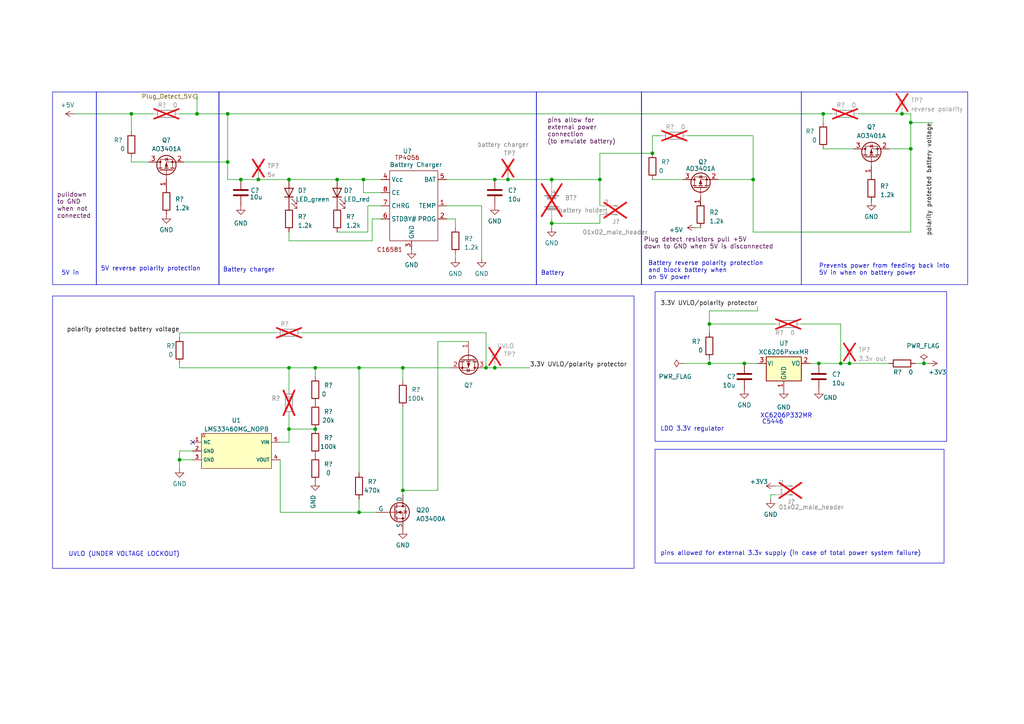
<source format=kicad_sch>
(kicad_sch (version 20230121) (generator eeschema)
  (paper "A4")
  (title_block (title "Power Subsystem Schematic") (date "2023-03-11") (rev "0.11") (company "UCT") (comment 1 "Author: Kian Frassek") (comment 2 "voltage regulation, undervoltage protection and reverse polarity protection circuitry") (comment 3 "Shows the battery, battery charger, "))
  (lib_symbols
    (symbol "Connector:Conn_01x02_Pin" (pin_names (offset 1.016) hide)
      (property "Reference" "J" (at 0 2.54 0))
      (property "Value" "Conn_01x02_Pin" (at 0 -5.08 0))
      (symbol "Conn_01x02_Pin_1_1"
        (polyline (pts (xy 1.27 -2.54) (xy 0.8636 -2.54)) (stroke (width 0.1524)))
        (polyline (pts (xy 1.27 0) (xy 0.8636 0)) (stroke (width 0.1524)))
        (rectangle (start 0.8636 -2.413) (end 0 -2.667) (stroke (width 0.1524)) (fill (type outline)))
        (rectangle (start 0.8636 0.127) (end 0 -0.127) (stroke (width 0.1524)) (fill (type outline)))
        (pin passive line (at 5.08 0 180) (length 3.81) (name "Pin_1") (number "1"))
        (pin passive line (at 5.08 -2.54 180) (length 3.81) (name "Pin_2") (number "2"))
      )
    )
    (symbol "Connector:TestPoint" (pin_numbers hide) (pin_names (offset 0.762) hide)
      (property "Reference" "TP" (at 0 6.858 0))
      (property "Value" "TestPoint" (at 0 5.08 0))
      (symbol "TestPoint_0_1"
        (circle (center 0 3.302) (radius 0.762))
      )
      (symbol "TestPoint_1_1"
        (pin passive line (at 0 0 90) (length 2.54) (name "1") (number "1"))
      )
    )
    (symbol "Device:Battery" (pin_numbers hide) (pin_names (offset 0) hide)
      (property "Reference" "BT" (at 2.54 2.54 0))
      (property "Value" "Battery" (at 2.54 0 0))
      (symbol "Battery_0_1"
        (rectangle (start -2.032 -1.397) (end 2.032 -1.651) (fill (type outline)))
        (rectangle (start -2.032 1.778) (end 2.032 1.524) (fill (type outline)))
        (rectangle (start -1.3208 -1.9812) (end 1.27 -2.4892) (fill (type outline)))
        (rectangle (start -1.3208 1.1938) (end 1.27 0.6858) (fill (type outline)))
        (polyline (pts (xy 0 -1.524) (xy 0 -1.27)))
        (polyline (pts (xy 0 -1.016) (xy 0 -0.762)))
        (polyline (pts (xy 0 -0.508) (xy 0 -0.254)))
        (polyline (pts (xy 0 0) (xy 0 0.254)))
        (polyline (pts (xy 0 0.508) (xy 0 0.762)))
        (polyline (pts (xy 0 1.778) (xy 0 2.54)))
        (polyline (pts (xy 0.254 2.667) (xy 1.27 2.667)) (stroke (width 0.254)))
        (polyline (pts (xy 0.762 3.175) (xy 0.762 2.159)) (stroke (width 0.254)))
      )
      (symbol "Battery_1_1"
        (pin passive line (at 0 5.08 270) (length 2.54) (name "+") (number "1"))
        (pin passive line (at 0 -5.08 90) (length 2.54) (name "-") (number "2"))
      )
    )
    (symbol "Device:C" (pin_numbers hide) (pin_names (offset 0.254))
      (property "Reference" "C" (at 0.635 2.54 0))
      (property "Value" "C" (at 0.635 -2.54 0))
      (symbol "C_0_1"
        (polyline (pts (xy -2.032 -0.762) (xy 2.032 -0.762)) (stroke (width 0.508)))
        (polyline (pts (xy -2.032 0.762) (xy 2.032 0.762)) (stroke (width 0.508)))
      )
      (symbol "C_1_1"
        (pin passive line (at 0 3.81 270) (length 2.794) (name "~") (number "1"))
        (pin passive line (at 0 -3.81 90) (length 2.794) (name "~") (number "2"))
      )
    )
    (symbol "Device:LED" (pin_numbers hide) (pin_names (offset 1.016) hide)
      (property "Reference" "D" (at 0 2.54 0))
      (property "Value" "LED" (at 0 -2.54 0))
      (symbol "LED_0_1"
        (polyline (pts (xy -1.27 -1.27) (xy -1.27 1.27)) (stroke (width 0.254)))
        (polyline (pts (xy -1.27 0) (xy 1.27 0)))
        (polyline (pts (xy 1.27 -1.27) (xy 1.27 1.27) (xy -1.27 0) (xy 1.27 -1.27)) (stroke (width 0.254)))
        (polyline (pts (xy -3.048 -0.762) (xy -4.572 -2.286) (xy -3.81 -2.286) (xy -4.572 -2.286) (xy -4.572 -1.524)))
        (polyline (pts (xy -1.778 -0.762) (xy -3.302 -2.286) (xy -2.54 -2.286) (xy -3.302 -2.286) (xy -3.302 -1.524)))
      )
      (symbol "LED_1_1"
        (pin passive line (at -3.81 0 0) (length 2.54) (name "K") (number "1"))
        (pin passive line (at 3.81 0 180) (length 2.54) (name "A") (number "2"))
      )
    )
    (symbol "Device:R" (pin_numbers hide) (pin_names (offset 0))
      (property "Reference" "R" (at 2.032 0 90))
      (property "Value" "R" (at 0 0 90))
      (symbol "R_0_1"
        (rectangle (start -1.016 -2.54) (end 1.016 2.54) (stroke (width 0.254)))
      )
      (symbol "R_1_1"
        (pin passive line (at 0 3.81 270) (length 1.27) (name "~") (number "1"))
        (pin passive line (at 0 -3.81 90) (length 1.27) (name "~") (number "2"))
      )
    )
    (symbol "Power comonentes:TP4056"
      (property "Reference" "U1" (at -1.2301 13.335 0))
      (property "Value" "Battery Charger" (at 1.27 9.398 0))
      (symbol "TP4056_0_1"
        (rectangle (start -6.35 7.62) (end 7.62 -12.7))
        (text "C16581" (at -6.35 -15.24 0) (effects (font (size 1.27 1.27))))
        (text "TP4056" (at -1.27 11.43 0) (effects (font (size 1.27 1.27))))
      )
      (symbol "TP4056_1_1"
        (pin input line (at 10.16 -2.54 180) (length 2.54) (name "TEMP") (number "1"))
        (pin input line (at 10.16 -6.35 180) (length 2.54) (name "PROG") (number "2"))
        (pin input line (at 0 -15.24 90) (length 2.54) (name "GND") (number "3"))
        (pin input line (at -8.89 5.08 0) (length 2.54) (name "Vcc") (number "4"))
        (pin input line (at 10.16 5.08 180) (length 2.54) (name "BAT") (number "5"))
        (pin input line (at -8.89 -6.35 0) (length 2.54) (name "STDBY#") (number "6"))
        (pin input line (at -8.89 -2.54 0) (length 2.54) (name "CHRG") (number "7"))
        (pin input line (at -8.89 1.27 0) (length 2.54) (name "CE") (number "8"))
      )
    )
    (symbol "Regulator_Linear:XC6206PxxxMR" (pin_names (offset 0.254))
      (property "Reference" "U" (at -3.81 3.175 0))
      (property "Value" "XC6206PxxxMR" (at 0 3.175 0))
      (symbol "XC6206PxxxMR_0_1"
        (rectangle (start -5.08 1.905) (end 5.08 -5.08) (stroke (width 0.254)) (fill (type background)))
      )
      (symbol "XC6206PxxxMR_1_1"
        (pin power_in line (at 0 -7.62 90) (length 2.54) (name "GND") (number "1"))
        (pin power_out line (at 7.62 0 180) (length 2.54) (name "VO") (number "2"))
        (pin power_in line (at -7.62 0 0) (length 2.54) (name "VI") (number "3"))
      )
    )
    (symbol "Simulation_SPICE:NMOS" (pin_numbers hide) (pin_names (offset 0))
      (property "Reference" "Q" (at 5.08 1.27 0))
      (property "Value" "NMOS" (at 5.08 -1.27 0))
      (symbol "NMOS_0_1"
        (polyline (pts (xy 0.254 0) (xy -2.54 0)))
        (polyline (pts (xy 0.254 1.905) (xy 0.254 -1.905)) (stroke (width 0.254)))
        (polyline (pts (xy 0.762 -1.27) (xy 0.762 -2.286)) (stroke (width 0.254)))
        (polyline (pts (xy 0.762 0.508) (xy 0.762 -0.508)) (stroke (width 0.254)))
        (polyline (pts (xy 0.762 2.286) (xy 0.762 1.27)) (stroke (width 0.254)))
        (polyline (pts (xy 2.54 2.54) (xy 2.54 1.778)))
        (polyline (pts (xy 2.54 -2.54) (xy 2.54 0) (xy 0.762 0)))
        (polyline (pts (xy 0.762 -1.778) (xy 3.302 -1.778) (xy 3.302 1.778) (xy 0.762 1.778)))
        (polyline (pts (xy 1.016 0) (xy 2.032 0.381) (xy 2.032 -0.381) (xy 1.016 0)) (fill (type outline)))
        (polyline (pts (xy 2.794 0.508) (xy 2.921 0.381) (xy 3.683 0.381) (xy 3.81 0.254)))
        (polyline (pts (xy 3.302 0.381) (xy 2.921 -0.254) (xy 3.683 -0.254) (xy 3.302 0.381)))
        (circle (center 1.651 0) (radius 2.794) (stroke (width 0.254)))
        (circle (center 2.54 -1.778) (radius 0.254) (fill (type outline)))
        (circle (center 2.54 1.778) (radius 0.254) (fill (type outline)))
      )
      (symbol "NMOS_1_1"
        (pin passive line (at 2.54 5.08 270) (length 2.54) (name "D") (number "1"))
        (pin input line (at -5.08 0 0) (length 2.54) (name "G") (number "2"))
        (pin passive line (at 2.54 -5.08 90) (length 2.54) (name "S") (number "3"))
      )
    )
    (symbol "Transistor_FET:AO3401A" (pin_names hide)
      (property "Reference" "Q" (at 5.08 1.905 0))
      (property "Value" "AO3401A" (at 5.08 0 0))
      (symbol "AO3401A_0_1"
        (polyline (pts (xy 0.254 0) (xy -2.54 0)))
        (polyline (pts (xy 0.254 1.905) (xy 0.254 -1.905)) (stroke (width 0.254)))
        (polyline (pts (xy 0.762 -1.27) (xy 0.762 -2.286)) (stroke (width 0.254)))
        (polyline (pts (xy 0.762 0.508) (xy 0.762 -0.508)) (stroke (width 0.254)))
        (polyline (pts (xy 0.762 2.286) (xy 0.762 1.27)) (stroke (width 0.254)))
        (polyline (pts (xy 2.54 2.54) (xy 2.54 1.778)))
        (polyline (pts (xy 2.54 -2.54) (xy 2.54 0) (xy 0.762 0)))
        (polyline (pts (xy 0.762 1.778) (xy 3.302 1.778) (xy 3.302 -1.778) (xy 0.762 -1.778)))
        (polyline (pts (xy 2.286 0) (xy 1.27 0.381) (xy 1.27 -0.381) (xy 2.286 0)) (fill (type outline)))
        (polyline (pts (xy 2.794 -0.508) (xy 2.921 -0.381) (xy 3.683 -0.381) (xy 3.81 -0.254)))
        (polyline (pts (xy 3.302 -0.381) (xy 2.921 0.254) (xy 3.683 0.254) (xy 3.302 -0.381)))
        (circle (center 1.651 0) (radius 2.794) (stroke (width 0.254)))
        (circle (center 2.54 -1.778) (radius 0.254) (fill (type outline)))
        (circle (center 2.54 1.778) (radius 0.254) (fill (type outline)))
      )
      (symbol "AO3401A_1_1"
        (pin input line (at -5.08 0 0) (length 2.54) (name "G") (number "1"))
        (pin passive line (at 2.54 -5.08 90) (length 2.54) (name "S") (number "2"))
        (pin passive line (at 2.54 5.08 270) (length 2.54) (name "D") (number "3"))
      )
    )
    (symbol "power:+3V3" (power) (pin_names (offset 0))
      (property "Value" "+3V3" (at 0 3.556 0))
      (symbol "+3V3_0_1"
        (polyline (pts (xy -0.762 1.27) (xy 0 2.54)))
        (polyline (pts (xy 0 0) (xy 0 2.54)))
        (polyline (pts (xy 0 2.54) (xy 0.762 1.27)))
      )
      (symbol "+3V3_1_1"
        (pin power_in line (at 0 0 90) (length 0) hide (name "+3V3") (number "1"))
      )
    )
    (symbol "power:+5V" (power) (pin_names (offset 0))
      (property "Value" "+5V" (at 0 3.556 0))
      (symbol "+5V_0_1"
        (polyline (pts (xy -0.762 1.27) (xy 0 2.54)))
        (polyline (pts (xy 0 0) (xy 0 2.54)))
        (polyline (pts (xy 0 2.54) (xy 0.762 1.27)))
      )
      (symbol "+5V_1_1"
        (pin power_in line (at 0 0 90) (length 0) hide (name "+5V") (number "1"))
      )
    )
    (symbol "power:GND" (power) (pin_names (offset 0))
      (property "Value" "GND" (at 0 -3.81 0))
      (symbol "GND_0_1"
        (polyline (pts (xy 0 0) (xy 0 -1.27) (xy 1.27 -1.27) (xy 0 -2.54) (xy -1.27 -1.27) (xy 0 -1.27)))
      )
      (symbol "GND_1_1"
        (pin power_in line (at 0 0 270) (length 0) hide (name "GND") (number "1"))
      )
    )
    (symbol "power:PWR_FLAG" (power) (pin_numbers hide) (pin_names (offset 0) hide)
      (property "Value" "PWR_FLAG" (at 0 3.81 0))
      (symbol "PWR_FLAG_0_0"
        (pin power_out line (at 0 0 90) (length 0) (name "pwr") (number "1"))
      )
      (symbol "PWR_FLAG_0_1"
        (polyline (pts (xy 0 0) (xy 0 1.27) (xy -1.016 1.905) (xy 0 2.54) (xy 1.016 1.905) (xy 0 1.27)))
      )
    )
    (symbol "power_components_library:LMS33460MG_NOPB"
      (property "Reference" "U" (at 0 1.27 0))
      (property "Value" "LMS33460MG_NOPB" (at 0 -2.54 0))
      (symbol "LMS33460MG_NOPB_0_1"
        (rectangle (start -10.16 5.08) (end 10.16 -5.08) (fill (type background)))
        (circle (center -9.525 4.445) (radius 0.381) (fill (type background)))
        (pin unspecified line (at -12.7 2.54 0) (length 2.54) (name "NC") (number "1"))
        (pin unspecified line (at -12.7 0 0) (length 2.54) (name "GND") (number "2"))
        (pin unspecified line (at -12.7 -2.54 0) (length 2.54) (name "GND") (number "3"))
        (pin unspecified line (at 12.7 -2.54 180) (length 2.54) (name "VOUT") (number "4"))
        (pin unspecified line (at 12.7 2.54 180) (length 2.54) (name "VIN") (number "5"))
      )
    )
  )
  (junction (at 91.44 124.46))
  (junction (at 57.15 33.02))
  (junction (at 237.49 105.41))
  (junction (at 264.16 43.18))
  (junction (at 246.38 105.41))
  (junction (at 83.82 106.68))
  (junction (at 140.97 106.68))
  (junction (at 104.14 106.68))
  (junction (at 261.62 33.02))
  (junction (at 97.79 52.07))
  (junction (at 116.84 106.68))
  (junction (at 205.74 105.41))
  (junction (at 83.82 52.07))
  (junction (at 143.51 52.07))
  (junction (at 173.99 52.07))
  (junction (at 243.84 105.41))
  (junction (at 267.97 105.41))
  (junction (at 105.41 52.07))
  (junction (at 83.82 124.46))
  (junction (at 116.84 142.24))
  (junction (at 215.9 105.41))
  (junction (at 143.51 106.68))
  (junction (at 160.02 52.07))
  (junction (at 66.04 33.02))
  (junction (at 38.1 33.02))
  (junction (at 189.23 44.45))
  (junction (at 52.07 133.35))
  (junction (at 264.16 35.56))
  (junction (at 238.76 33.02))
  (junction (at 66.04 46.99))
  (junction (at 205.74 93.98))
  (junction (at 91.44 106.68))
  (junction (at 74.93 52.07))
  (junction (at 218.44 52.07))
  (junction (at 160.02 64.77))
  (junction (at 69.85 52.07))
  (junction (at 147.32 52.07))
  (junction (at 104.14 148.59))
  (no_connect (at 55.88 128.27))
  (wire (pts (xy 143.51 52.07) (xy 147.32 52.07)))
  (wire (pts (xy 38.1 33.02) (xy 38.1 38.1)))
  (wire (pts (xy 116.84 118.11) (xy 116.84 142.24)))
  (wire (pts (xy 52.07 130.81) (xy 55.88 130.81)))
  (wire (pts (xy 173.99 64.77) (xy 173.99 62.23)))
  (wire (pts (xy 104.14 148.59) (xy 109.22 148.59)))
  (wire (pts (xy 97.79 67.31) (xy 106.68 67.31)))
  (wire (pts (xy 199.39 39.37) (xy 218.44 39.37)))
  (wire (pts (xy 104.14 106.68) (xy 116.84 106.68)))
  (wire (pts (xy 116.84 106.68) (xy 130.81 106.68)))
  (wire (pts (xy 140.97 106.68) (xy 143.51 106.68)))
  (wire (pts (xy 104.14 106.68) (xy 104.14 137.16)))
  (wire (pts (xy 237.49 105.41) (xy 243.84 105.41)))
  (wire (pts (xy 160.02 52.07) (xy 173.99 52.07)))
  (wire (pts (xy 127 142.24) (xy 127 99.06)))
  (wire (pts (xy 129.54 59.69) (xy 139.7 59.69)))
  (wire (pts (xy 83.82 120.65) (xy 83.82 124.46)))
  (wire (pts (xy 83.82 124.46) (xy 83.82 128.27)))
  (wire (pts (xy 57.15 33.02) (xy 66.04 33.02)))
  (wire (pts (xy 74.93 52.07) (xy 83.82 52.07)))
  (wire (pts (xy 104.14 144.78) (xy 104.14 148.59)))
  (wire (pts (xy 69.85 52.07) (xy 74.93 52.07)))
  (wire (pts (xy 205.74 104.14) (xy 205.74 105.41)))
  (wire (pts (xy 91.44 106.68) (xy 91.44 109.22)))
  (wire (pts (xy 52.07 97.79) (xy 52.07 96.52)))
  (wire (pts (xy 234.95 105.41) (xy 237.49 105.41)))
  (wire (pts (xy 53.34 46.99) (xy 66.04 46.99)))
  (wire (pts (xy 127 99.06) (xy 135.89 99.06)))
  (wire (pts (xy 219.71 90.17) (xy 219.71 88.9)))
  (wire (pts (xy 208.28 52.07) (xy 218.44 52.07)))
  (wire (pts (xy 147.32 52.07) (xy 160.02 52.07)))
  (wire (pts (xy 269.24 105.41) (xy 267.97 105.41)))
  (wire (pts (xy 81.28 148.59) (xy 104.14 148.59)))
  (wire (pts (xy 267.97 105.41) (xy 265.43 105.41)))
  (wire (pts (xy 52.07 105.41) (xy 52.07 106.68)))
  (wire (pts (xy 83.82 124.46) (xy 91.44 124.46)))
  (wire (pts (xy 143.51 106.68) (xy 153.67 106.68)))
  (wire (pts (xy 205.74 90.17) (xy 205.74 93.98)))
  (wire (pts (xy 160.02 52.07) (xy 160.02 53.34)))
  (wire (pts (xy 215.9 105.41) (xy 219.71 105.41)))
  (wire (pts (xy 97.79 52.07) (xy 105.41 52.07)))
  (wire (pts (xy 191.77 39.37) (xy 189.23 39.37)))
  (wire (pts (xy 66.04 52.07) (xy 69.85 52.07)))
  (wire (pts (xy 243.84 93.98) (xy 243.84 105.41)))
  (wire (pts (xy 173.99 44.45) (xy 173.99 52.07)))
  (wire (pts (xy 189.23 52.07) (xy 198.12 52.07)))
  (wire (pts (xy 224.79 143.51) (xy 223.52 143.51)))
  (wire (pts (xy 83.82 52.07) (xy 97.79 52.07)))
  (wire (pts (xy 52.07 133.35) (xy 52.07 130.81)))
  (wire (pts (xy 55.88 133.35) (xy 52.07 133.35)))
  (wire (pts (xy 139.7 59.69) (xy 139.7 74.93)))
  (wire (pts (xy 203.2 66.04) (xy 201.93 66.04)))
  (wire (pts (xy 205.74 105.41) (xy 215.9 105.41)))
  (wire (pts (xy 110.49 55.88) (xy 105.41 55.88)))
  (wire (pts (xy 129.54 52.07) (xy 143.51 52.07)))
  (wire (pts (xy 238.76 33.02) (xy 238.76 35.56)))
  (wire (pts (xy 246.38 105.41) (xy 257.81 105.41)))
  (wire (pts (xy 203.2 59.69) (xy 203.2 58.42)))
  (wire (pts (xy 38.1 33.02) (xy 44.45 33.02)))
  (wire (pts (xy 83.82 67.31) (xy 83.82 69.85)))
  (wire (pts (xy 218.44 67.31) (xy 264.16 67.31)))
  (wire (pts (xy 52.07 106.68) (xy 83.82 106.68)))
  (wire (pts (xy 264.16 35.56) (xy 264.16 33.02)))
  (wire (pts (xy 116.84 142.24) (xy 116.84 143.51)))
  (wire (pts (xy 218.44 39.37) (xy 218.44 52.07)))
  (wire (pts (xy 66.04 46.99) (xy 66.04 52.07)))
  (wire (pts (xy 91.44 106.68) (xy 104.14 106.68)))
  (wire (pts (xy 257.81 43.18) (xy 264.16 43.18)))
  (wire (pts (xy 261.62 33.02) (xy 248.92 33.02)))
  (wire (pts (xy 83.82 106.68) (xy 91.44 106.68)))
  (wire (pts (xy 232.41 93.98) (xy 243.84 93.98)))
  (wire (pts (xy 105.41 55.88) (xy 105.41 52.07)))
  (wire (pts (xy 132.08 63.5) (xy 129.54 63.5)))
  (wire (pts (xy 243.84 105.41) (xy 246.38 105.41)))
  (wire (pts (xy 38.1 46.99) (xy 38.1 45.72)))
  (wire (pts (xy 107.95 69.85) (xy 107.95 63.5)))
  (wire (pts (xy 205.74 93.98) (xy 224.79 93.98)))
  (wire (pts (xy 106.68 59.69) (xy 110.49 59.69)))
  (wire (pts (xy 132.08 66.04) (xy 132.08 63.5)))
  (wire (pts (xy 205.74 90.17) (xy 219.71 90.17)))
  (wire (pts (xy 83.82 106.68) (xy 83.82 113.03)))
  (wire (pts (xy 66.04 33.02) (xy 238.76 33.02)))
  (wire (pts (xy 57.15 27.94) (xy 57.15 33.02)))
  (wire (pts (xy 173.99 44.45) (xy 189.23 44.45)))
  (wire (pts (xy 264.16 33.02) (xy 261.62 33.02)))
  (wire (pts (xy 52.07 33.02) (xy 57.15 33.02)))
  (wire (pts (xy 106.68 67.31) (xy 106.68 59.69)))
  (wire (pts (xy 21.59 33.02) (xy 38.1 33.02)))
  (wire (pts (xy 83.82 69.85) (xy 107.95 69.85)))
  (wire (pts (xy 43.18 46.99) (xy 38.1 46.99)))
  (wire (pts (xy 116.84 106.68) (xy 116.84 110.49)))
  (wire (pts (xy 189.23 39.37) (xy 189.23 44.45)))
  (wire (pts (xy 160.02 64.77) (xy 160.02 66.04)))
  (wire (pts (xy 160.02 63.5) (xy 160.02 64.77)))
  (wire (pts (xy 218.44 52.07) (xy 218.44 67.31)))
  (wire (pts (xy 52.07 135.89) (xy 52.07 133.35)))
  (wire (pts (xy 87.63 96.52) (xy 140.97 96.52)))
  (wire (pts (xy 205.74 93.98) (xy 205.74 96.52)))
  (wire (pts (xy 238.76 43.18) (xy 247.65 43.18)))
  (wire (pts (xy 205.74 105.41) (xy 198.12 105.41)))
  (wire (pts (xy 264.16 43.18) (xy 264.16 67.31)))
  (wire (pts (xy 81.28 133.35) (xy 81.28 148.59)))
  (wire (pts (xy 116.84 142.24) (xy 127 142.24)))
  (wire (pts (xy 140.97 96.52) (xy 140.97 106.68)))
  (wire (pts (xy 264.16 35.56) (xy 270.51 35.56)))
  (wire (pts (xy 264.16 35.56) (xy 264.16 43.18)))
  (wire (pts (xy 238.76 33.02) (xy 241.3 33.02)))
  (wire (pts (xy 173.99 52.07) (xy 173.99 59.69)))
  (wire (pts (xy 52.07 96.52) (xy 80.01 96.52)))
  (wire (pts (xy 105.41 52.07) (xy 110.49 52.07)))
  (wire (pts (xy 107.95 63.5) (xy 110.49 63.5)))
  (wire (pts (xy 223.52 143.51) (xy 223.52 144.78)))
  (wire (pts (xy 160.02 64.77) (xy 173.99 64.77)))
  (wire (pts (xy 132.08 73.66) (xy 132.08 74.93)))
  (wire (pts (xy 66.04 33.02) (xy 66.04 46.99)))
  (wire (pts (xy 83.82 128.27) (xy 81.28 128.27)))
  (rectangle (start 189.992 84.582) (end 274.574 128.016))
  (rectangle (start 15.24 26.67) (end 27.94 82.55))
  (rectangle (start 63.5 26.67) (end 155.575 82.55))
  (rectangle (start 189.992 130.302) (end 273.812 163.322))
  (rectangle (start 155.575 26.67) (end 186.055 82.55))
  (rectangle (start 186.055 26.67) (end 232.41 82.55))
  (rectangle (start 232.41 26.67) (end 280.67 82.55))
  (rectangle (start 27.94 26.67) (end 63.5 82.55))
  (rectangle (start 15.24 85.852) (end 183.896 164.846))
  (text "C5446" (at 220.98 123.19 0) (effects (font (size 1.27 1.27)) (justify left bottom)))
  (text "5V reverse polarity protection" (at 29.21 78.74 0) (effects (font (size 1.27 1.27)) (justify left bottom)))
  (text "5V in" (at 17.78 80.01 0) (effects (font (size 1.27 1.27)) (justify left bottom)))
  (text "UVLO (UNDER VOLTAGE LOCKOUT)" (at 19.812 161.544 0) (effects (font (size 1.27 1.27)) (justify left bottom)))
  (text "Battery charger" (at 64.643 79.0702 0) (effects (font (size 1.27 1.27)) (justify left bottom)))
  (text "pulldown\nto GND\nwhen not\nconnected" (at 16.51 63.5 0) (effects (font (size 1.27 1.27)) (justify left bottom)))
  (text "XC6206P332MR" (at 220.472 121.412 0) (effects (font (size 1.27 1.27)) (justify left bottom)))
  (text "pins allow for\nexternal power \nconnection \n(to emulate battery)" (at 158.75 41.91 0) (effects (font (size 1.27 1.27)) (justify left bottom)))
  (text "Plug detect resistors pull +5V \ndown to GND when 5V is disconnected" (at 186.69 72.39 0) (effects (font (size 1.27 1.27)) (justify left bottom)))
  (text "LDO 3.3V regulator" (at 191.516 125.222 0) (effects (font (size 1.27 1.27)) (justify left bottom)))
  (text "pins allowed for external 3.3v supply (in case of total power system failure)" (at 191.516 161.29 0) (effects (font (size 1.27 1.27)) (justify left bottom)))
  (text "Battery reverse polarity protection\nand block battery when\non 5V power" (at 187.96 81.28 0) (effects (font (size 1.27 1.27)) (justify left bottom)))
  (text "Prevents power from feeding back into\n5V in when on battery power" (at 237.49 80.01 0) (effects (font (size 1.27 1.27)) (justify left bottom)))
  (text "Battery" (at 156.845 80.01 0) (effects (font (size 1.27 1.27)) (justify left bottom)))
  (label "3.3V UVLO{slash}polarity protector" (at 153.67 106.68 0))
  (label "polarity protected battery voltage" (at 52.07 96.52 180))
  (label "3.3V UVLO{slash}polarity protector" (at 219.71 88.9 180))
  (label "polarity protected battery voltage" (at 270.51 35.56 270))
  (hierarchical_label "Plug_Detect_5V" (shape output) (at 57.15 27.94 180))
  (symbol (lib_id "Device:R") (at 104.14 140.97 0) (unit 1)
    (property "Reference" "R?" (at 107.95 139.7 0))
    (property "Value" "470k" (at 107.95 142.24 0))
    (property "Footprint" "JLCPartFootprints:R0805" (effects hide))
    (property "Extended Part Cost" "0" (effects hide))
    (property "JLC code" "C17709" (effects hide))
    (property "Part name" "0805W8F4703T5E" (effects hide))
    (property "cost per unit" "0.0017" (effects hide))
    (property "JLCPSB Part #" "C17709" (effects hide))
  )
  (symbol (lib_id "Device:R") (at 48.26 33.02 270) (unit 1) (in_bom no) (on_board no) (dnp yes)
    (property "Reference" "R?" (at 46.99 30.48 90))
    (property "Value" "0" (at 50.8 30.48 90))
    (property "Footprint" "JLCPartFootprints:R0603" (effects hide))
    (property "Extended Part Cost" "0" (effects hide))
    (property "JLC code" "C21189" (effects hide))
    (property "Part name" "0603WAF0000T5E" (effects hide))
    (property "cost per unit" "0,0010" (effects hide))
    (property "JLCPSB Part #" "C21189" (effects hide))
  )
  (symbol (lib_id "Connector:TestPoint") (at 261.62 33.02 0) (unit 1) (in_bom no) (on_board no) (dnp yes)
    (property "Reference" "TP?" (at 264.16 29.083 0) (effects (justify left)))
    (property "Value" "reverse polarity " (at 264.16 31.623 0) (effects (justify left)))
    (property "Footprint" "CustomFootprints:Testpoint" (effects hide))
    (property "Extended Part Cost" "0" (effects hide))
    (property "cost per unit" "0" (effects hide))
  )
  (symbol (lib_id "power:GND") (at 160.02 66.04 0) (unit 1)
    (property "Reference" "#PWR?" (effects hide))
    (property "Value" "GND" (at 160.02 70.485 0))
  )
  (symbol (lib_id "power:+3V3") (at 269.24 105.41 270) (unit 1)
    (property "Reference" "#PWR?" (effects hide))
    (property "Value" "+3V3" (at 269.24 107.95 90) (effects (justify left)))
  )
  (symbol (lib_id "Connector:TestPoint") (at 74.93 52.07 0) (unit 1) (in_bom no) (on_board no) (dnp yes)
    (property "Reference" "TP?" (at 77.47 48.133 0) (effects (justify left)))
    (property "Value" "5v" (at 77.47 50.673 0) (effects (justify left)))
    (property "Footprint" "CustomFootprints:Testpoint" (effects hide))
    (property "Extended Part Cost" "0" (effects hide))
    (property "cost per unit" "0" (effects hide))
  )
  (symbol (lib_id "Device:LED") (at 97.79 55.88 90) (unit 1)
    (property "Reference" "D?" (at 99.695 55.245 90) (effects (justify right)))
    (property "Value" "LED_red" (at 99.695 57.785 90) (effects (justify right)))
    (property "Footprint" "JLCPartFootprints:LED0603-RD" (effects hide))
    (property "Extended Part Cost" "0" (effects hide))
    (property "JLC code" "C2286" (effects hide))
    (property "Part name" "KT-0603R" (effects hide))
    (property "cost per unit" "0.0054" (effects hide))
    (property "JLCPSB Part #" "C2286" (effects hide))
  )
  (symbol (lib_id "Transistor_FET:AO3401A") (at 135.89 104.14 270) (unit 1)
    (property "Reference" "Q?" (at 135.89 111.76 90))
    (property "Value" "AO3401A" (effects hide))
    (property "Footprint" "JLCPartFootprints:SOT-23_L2.9-W1.3-P1.90-LS2.4-BR" (effects hide))
    (property "Datasheet" "http://www.aosmd.com/pdfs/datasheet/AO3401A.pdf" (effects hide))
    (property "Extended Part Cost" "0" (effects hide))
    (property "JLC code" "C15127" (effects hide))
    (property "Part name" "AO3401A" (effects hide))
    (property "cost per unit" "0,07965" (effects hide))
    (property "JLCPSB Part #" "C15127" (effects hide))
  )
  (symbol (lib_id "Connector:TestPoint") (at 143.51 106.68 0) (unit 1) (in_bom no) (on_board no) (dnp yes)
    (property "Reference" "TP?" (at 146.05 102.743 0) (effects (justify left)))
    (property "Value" "UVLO" (at 144.145 100.33 0) (effects (justify left)))
    (property "Footprint" "CustomFootprints:Testpoint" (effects hide))
    (property "Extended Part Cost" "0" (effects hide))
    (property "cost per unit" "0" (effects hide))
  )
  (symbol (lib_id "Regulator_Linear:XC6206PxxxMR") (at 227.33 105.41 0) (unit 1)
    (property "Reference" "U?" (at 227.33 99.568 0))
    (property "Value" "XC6206PxxxMR" (at 227.33 102.108 0))
    (property "Footprint" "JLCPartFootprints:SOT-23-3_L2.9-W1.6-P1.90-LS2.8-BR" (effects hide))
    (property "Datasheet" "https://www.torexsemi.com/file/xc6206/XC6206.pdf" (effects hide))
    (property "Extended Part Cost" "0" (effects hide))
    (property "JLC code" "C5446" (effects hide))
    (property "Part name" "XC6206P332MR" (effects hide))
    (property "cost per unit" "0,0964" (effects hide))
    (property "JLCPSB Part #" "C5446" (effects hide))
  )
  (symbol (lib_id "power:+5V") (at 201.93 66.04 90) (unit 1)
    (property "Reference" "#PWR01" (effects hide))
    (property "Value" "+5V" (at 198.12 66.675 90) (effects (justify left)))
  )
  (symbol (lib_id "Device:R") (at 91.44 135.89 0) (unit 1)
    (property "Reference" "R?" (at 95.25 134.62 0))
    (property "Value" "0" (at 95.25 137.16 0))
    (property "Footprint" "JLCPartFootprints:R0603" (effects hide))
    (property "Extended Part Cost" "0" (effects hide))
    (property "JLC code" "C21189" (effects hide))
    (property "Part name" "0603WAF0000T5E" (effects hide))
    (property "cost per unit" "0,0010" (effects hide))
    (property "JLCPSB Part #" "C21189" (effects hide))
  )
  (symbol (lib_id "Transistor_FET:AO3401A") (at 252.73 45.72 90) (unit 1)
    (property "Reference" "Q?" (at 252.73 36.83 90))
    (property "Value" "AO3401A" (at 252.73 39.37 90))
    (property "Footprint" "JLCPartFootprints:SOT-23_L2.9-W1.3-P1.90-LS2.4-BR" (effects hide))
    (property "Datasheet" "http://www.aosmd.com/pdfs/datasheet/AO3401A.pdf" (effects hide))
    (property "Extended Part Cost" "0" (effects hide))
    (property "JLC code" "C15127" (effects hide))
    (property "Part name" "AO3401A" (effects hide))
    (property "cost per unit" "0,07965" (effects hide))
    (property "JLCPSB Part #" "C15127" (effects hide))
  )
  (symbol (lib_id "power:GND") (at 237.49 113.03 0) (unit 1)
    (property "Reference" "#PWR?" (effects hide))
    (property "Value" "GND" (at 240.792 115.316 0))
  )
  (symbol (lib_id "Connector:Conn_01x02_Pin") (at 229.87 143.51 180) (unit 1) (in_bom no) (on_board no) (dnp yes)
    (property "Reference" "J?" (at 228.346 145.542 0) (effects (justify right)))
    (property "Value" "01x02_male_header" (at 225.806 147.066 0) (effects (justify right)))
    (property "Footprint" "Connector_PinHeader_2.54mm:PinHeader_1x02_P2.54mm_Vertical" (effects hide))
    (property "Extended Part Cost" "0" (effects hide))
    (property "cost per unit" "0" (effects hide))
  )
  (symbol (lib_id "power:GND") (at 139.7 74.93 0) (unit 1)
    (property "Reference" "#PWR?" (effects hide))
    (property "Value" "GND" (at 139.7 79.375 0))
  )
  (symbol (lib_id "Device:LED") (at 83.82 55.88 90) (unit 1)
    (property "Reference" "D?" (at 86.36 55.245 90) (effects (justify right)))
    (property "Value" "LED_green" (at 85.725 57.785 90) (effects (justify right)))
    (property "Footprint" "JLCPartFootprints:LED0603-RD" (effects hide))
    (property "Extended Part Cost" "0" (effects hide))
    (property "JLC code" "C72043" (effects hide))
    (property "Part name" "19-217/GHC-YR1S2/3T" (effects hide))
    (property "cost per unit" "0.0264" (effects hide))
    (property "JLCPSB Part #" "C72043" (effects hide))
  )
  (symbol (lib_id "Device:R") (at 83.82 63.5 0) (unit 1)
    (property "Reference" "R?" (at 86.36 62.865 0) (effects (justify left)))
    (property "Value" "1.2k" (at 86.36 65.405 0) (effects (justify left)))
    (property "Footprint" "JLCPartFootprints:R0805" (effects hide))
    (property "Extended Part Cost" "0" (effects hide))
    (property "JLC code" "C17630" (effects hide))
    (property "Part name" "0805W8F3300T5E" (effects hide))
    (property "cost per unit" "0,0016" (effects hide))
    (property "JLCPSB Part #" "C17630" (effects hide))
  )
  (symbol (lib_id "power:GND") (at 69.85 59.69 0) (unit 1)
    (property "Reference" "#PWR?" (effects hide))
    (property "Value" "GND" (at 69.85 64.77 0))
  )
  (symbol (lib_id "Device:R") (at 228.6 93.98 270) (unit 1) (in_bom no) (on_board no) (dnp yes)
    (property "Reference" "R?" (at 226.06 96.52 90))
    (property "Value" "0" (at 229.87 96.52 90))
    (property "Footprint" "JLCPartFootprints:R0603" (effects hide))
    (property "Extended Part Cost" "0" (effects hide))
    (property "JLC code" "C21189" (effects hide))
    (property "Part name" "0603WAF0000T5E" (effects hide))
    (property "cost per unit" "0,0010" (effects hide))
    (property "JLCPSB Part #" "C21189" (effects hide))
  )
  (symbol (lib_id "Device:R") (at 48.26 58.42 0) (unit 1)
    (property "Reference" "R?" (at 50.8 57.785 0) (effects (justify left)))
    (property "Value" "1.2k" (at 50.8 60.325 0) (effects (justify left)))
    (property "Footprint" "JLCPartFootprints:R0805" (effects hide))
    (property "Extended Part Cost" "0" (effects hide))
    (property "JLC code" "C17630" (effects hide))
    (property "Part name" "0805W8F3300T5E" (effects hide))
    (property "cost per unit" "0,0016" (effects hide))
    (property "JLCPSB Part #" "C17630" (effects hide))
  )
  (symbol (lib_id "power:GND") (at 52.07 135.89 0) (unit 1)
    (property "Reference" "#PWR?" (effects hide))
    (property "Value" "GND" (at 52.07 140.335 0))
  )
  (symbol (lib_id "power:GND") (at 116.84 153.67 0) (unit 1)
    (property "Reference" "#PWR?" (effects hide))
    (property "Value" "GND" (at 116.84 158.115 0))
  )
  (symbol (lib_id "power:PWR_FLAG") (at 198.12 105.41 90) (unit 1)
    (property "Reference" "#FLG03" (effects hide))
    (property "Value" "PWR_FLAG" (at 200.66 109.22 90) (effects (justify left)))
  )
  (symbol (lib_id "Device:R") (at 203.2 62.23 180) (unit 1)
    (property "Reference" "R2" (at 205.74 61.595 0) (effects (justify right)))
    (property "Value" "1.2k" (at 205.74 64.135 0) (effects (justify right)))
    (property "Footprint" "JLCPartFootprints:R0805" (effects hide))
    (property "Extended Part Cost" "0" (effects hide))
    (property "JLC code" "C17630" (effects hide))
    (property "Part name" "0805W8F3300T5E" (effects hide))
    (property "cost per unit" "0,0016" (effects hide))
    (property "JLCPSB Part #" "C17630" (effects hide))
  )
  (symbol (lib_id "Device:R") (at 116.84 114.3 0) (unit 1)
    (property "Reference" "R?" (at 120.65 113.03 0))
    (property "Value" "100k" (at 120.65 115.57 0))
    (property "Footprint" "JLCPartFootprints:R0805" (effects hide))
    (property "Extended Part Cost" "0" (effects hide))
    (property "JLC code" "C149504" (effects hide))
    (property "Part name" "0805W8F1003T5E" (effects hide))
    (property "cost per unit" "0.0017" (effects hide))
    (property "JLCPSB Part #" "C149504" (effects hide))
  )
  (symbol (lib_id "power:GND") (at 223.52 144.78 0) (unit 1)
    (property "Reference" "#PWR?" (effects hide))
    (property "Value" "GND" (at 223.52 149.225 0))
  )
  (symbol (lib_id "Transistor_FET:AO3401A") (at 48.26 49.53 90) (unit 1)
    (property "Reference" "Q?" (at 48.26 40.64 90))
    (property "Value" "AO3401A" (at 48.26 43.18 90))
    (property "Footprint" "JLCPartFootprints:SOT-23_L2.9-W1.3-P1.90-LS2.4-BR" (effects hide))
    (property "Datasheet" "http://www.aosmd.com/pdfs/datasheet/AO3401A.pdf" (effects hide))
    (property "Extended Part Cost" "0" (effects hide))
    (property "JLC code" "C15127" (effects hide))
    (property "Part name" "AO3401A" (effects hide))
    (property "cost per unit" "0,07965" (effects hide))
    (property "JLCPSB Part #" "C15127" (effects hide))
  )
  (symbol (lib_id "Device:R") (at 91.44 128.27 180) (unit 1)
    (property "Reference" "R?" (at 95.25 127 0))
    (property "Value" "100k" (at 95.25 129.54 0))
    (property "Footprint" "JLCPartFootprints:R0805" (effects hide))
    (property "Extended Part Cost" "0" (effects hide))
    (property "JLC code" "C149504" (effects hide))
    (property "Part name" "0805W8F1003T5E" (effects hide))
    (property "cost per unit" "0.0017" (effects hide))
    (property "JLCPSB Part #" "C149504" (effects hide))
  )
  (symbol (lib_id "Device:R") (at 189.23 48.26 180) (unit 1)
    (property "Reference" "R?" (at 193.04 46.99 0))
    (property "Value" "0" (at 191.77 49.53 0))
    (property "Footprint" "JLCPartFootprints:R0603" (effects hide))
    (property "Extended Part Cost" "0" (effects hide))
    (property "JLC code" "C21189" (effects hide))
    (property "Part name" "0603WAF0000T5E" (effects hide))
    (property "cost per unit" "0,0010" (effects hide))
    (property "JLCPSB Part #" "C21189" (effects hide))
  )
  (symbol (lib_id "Device:R") (at 91.44 120.65 180) (unit 1)
    (property "Reference" "R?" (at 95.25 119.38 0))
    (property "Value" "20k" (at 95.25 121.92 0))
    (property "Footprint" "JLCPartFootprints:R0603" (effects hide))
    (property "Extended Part Cost" "0" (effects hide))
    (property "JLC code" "C4184" (effects hide))
    (property "Part name" "0603WAF2002T5E" (effects hide))
    (property "cost per unit" "0.0010" (effects hide))
    (property "JLCPSB Part #" "C4184" (effects hide))
  )
  (symbol (lib_id "Device:C") (at 215.9 109.22 0) (unit 1)
    (property "Reference" "C?" (at 210.82 109.22 0) (effects (justify left)))
    (property "Value" "10u" (at 209.55 111.76 0) (effects (justify left)))
    (property "Footprint" "JLCPartFootprints:C0603" (effects hide))
    (property "Extended Part Cost" "0" (effects hide))
    (property "JLC code" "C19702" (effects hide))
    (property "Part name" "CL10A106KP8NNNC" (effects hide))
    (property "cost per unit" "0,0066" (effects hide))
    (property "JLCPSB Part #" "C19702" (effects hide))
  )
  (symbol (lib_id "power_components_library:LMS33460MG_NOPB") (at 68.58 130.81 0) (unit 1)
    (property "Reference" "U1" (at 68.58 121.92 0))
    (property "Value" "LMS33460MG_NOPB" (at 68.58 124.46 0))
    (property "Footprint" "JLCPartFootprints:SC-70-5_L2.1-W1.3-P0.65-LS2.1-BR" (effects hide))
    (property "Datasheet" "https://atta.szlcsc.com/upload/public/pdf/source/20180404/C202268_2B9476A784C7F34EA71CCBA8021E516C.pdf" (effects hide))
    (property "Extended Part Cost" "3" (effects hide))
    (property "JLC code" "C95686" (effects hide))
    (property "JLCPSB Part #" "C95686" (effects hide))
    (property "Part name" "LMS33460MG_NOPB" (effects hide))
    (property "cost per unit" "0.4342" (effects hide))
  )
  (symbol (lib_id "power:+5V") (at 21.59 33.02 90) (unit 1)
    (property "Reference" "#PWR?" (effects hide))
    (property "Value" "+5V" (at 21.59 30.48 90) (effects (justify left)))
  )
  (symbol (lib_id "Device:R") (at 91.44 113.03 0) (unit 1)
    (property "Reference" "R?" (at 95.25 111.76 0))
    (property "Value" "0" (at 93.98 114.3 0))
    (property "Footprint" "JLCPartFootprints:R0603" (effects hide))
    (property "Extended Part Cost" "0" (effects hide))
    (property "JLC code" "C21189" (effects hide))
    (property "Part name" "0603WAF0000T5E" (effects hide))
    (property "cost per unit" "0,0010" (effects hide))
    (property "JLCPSB Part #" "C21189" (effects hide))
  )
  (symbol (lib_id "power:+3V3") (at 224.79 140.97 90) (unit 1)
    (property "Reference" "#PWR?" (effects hide))
    (property "Value" "+3V3" (at 222.758 139.7 90) (effects (justify left)))
  )
  (symbol (lib_id "Device:C") (at 143.51 55.88 0) (unit 1)
    (property "Reference" "C?" (at 147.32 55.245 0) (effects (justify left)))
    (property "Value" "10u" (at 147.32 57.785 0) (effects (justify left)))
    (property "Footprint" "JLCPartFootprints:C0603" (effects hide))
    (property "Extended Part Cost" "0" (effects hide))
    (property "JLC code" "C19702" (effects hide))
    (property "Part name" "CL10A106KP8NNNC" (effects hide))
    (property "cost per unit" "0,0066" (effects hide))
    (property "JLCPSB Part #" "C19702" (effects hide))
  )
  (symbol (lib_id "Device:R") (at 245.11 33.02 270) (unit 1) (in_bom no) (on_board no) (dnp yes)
    (property "Reference" "R?" (at 243.84 30.48 90))
    (property "Value" "0" (at 247.65 30.48 90))
    (property "Footprint" "JLCPartFootprints:R0603" (effects hide))
    (property "Extended Part Cost" "0" (effects hide))
    (property "JLC code" "C21189" (effects hide))
    (property "Part name" "0603WAF0000T5E" (effects hide))
    (property "cost per unit" "0,0010" (effects hide))
    (property "JLCPSB Part #" "C21189" (effects hide))
  )
  (symbol (lib_id "Device:R") (at 205.74 100.33 180) (unit 1)
    (property "Reference" "R?" (at 201.93 99.06 0))
    (property "Value" "0" (at 203.2 101.6 0))
    (property "Footprint" "JLCPartFootprints:R0603" (effects hide))
    (property "Extended Part Cost" "0" (effects hide))
    (property "JLC code" "C21189" (effects hide))
    (property "Part name" "0603WAF0000T5E" (effects hide))
    (property "cost per unit" "0,0010" (effects hide))
    (property "JLCPSB Part #" "C21189" (effects hide))
  )
  (symbol (lib_id "Device:R") (at 195.58 39.37 270) (unit 1) (in_bom no) (on_board no) (dnp yes)
    (property "Reference" "R?" (at 194.31 36.83 90))
    (property "Value" "0" (at 198.12 36.83 90))
    (property "Footprint" "JLCPartFootprints:R0603" (effects hide))
    (property "Extended Part Cost" "0" (effects hide))
    (property "JLC code" "C21189" (effects hide))
    (property "Part name" "0603WAF0000T5E" (effects hide))
    (property "cost per unit" "0,0010" (effects hide))
    (property "JLCPSB Part #" "C21189" (effects hide))
  )
  (symbol (lib_id "power:PWR_FLAG") (at 267.97 105.41 0) (unit 1)
    (property "Reference" "#FLG03" (effects hide))
    (property "Value" "PWR_FLAG" (at 262.89 100.33 0) (effects (justify left)))
  )
  (symbol (lib_id "power:GND") (at 143.51 59.69 0) (unit 1)
    (property "Reference" "#PWR?" (effects hide))
    (property "Value" "GND" (at 143.51 64.135 0))
  )
  (symbol (lib_id "power:GND") (at 119.38 72.39 0) (unit 1)
    (property "Reference" "#PWR?" (effects hide))
    (property "Value" "GND" (at 119.38 76.835 0))
  )
  (symbol (lib_id "power:GND") (at 132.08 74.93 0) (unit 1)
    (property "Reference" "#PWR?" (effects hide))
    (property "Value" "GND" (at 132.08 79.375 0))
  )
  (symbol (lib_id "Transistor_FET:AO3401A") (at 203.2 54.61 90) (unit 1)
    (property "Reference" "Q?" (at 203.835 46.99 90))
    (property "Value" "AO3401A" (at 203.2 48.895 90))
    (property "Footprint" "JLCPartFootprints:SOT-23_L2.9-W1.3-P1.90-LS2.4-BR" (effects hide))
    (property "Datasheet" "http://www.aosmd.com/pdfs/datasheet/AO3401A.pdf" (effects hide))
    (property "Extended Part Cost" "0" (effects hide))
    (property "JLC code" "C15127" (effects hide))
    (property "Part name" "AO3401A" (effects hide))
    (property "cost per unit" "0,07965" (effects hide))
    (property "JLCPSB Part #" "C15127" (effects hide))
  )
  (symbol (lib_id "Device:R") (at 83.82 96.52 90) (unit 1) (in_bom no) (on_board no) (dnp yes)
    (property "Reference" "R?" (at 82.55 93.98 90))
    (property "Value" "0" (at 82.296 96.774 90))
    (property "Footprint" "JLCPartFootprints:R0603" (effects hide))
    (property "Extended Part Cost" "0" (effects hide))
    (property "JLC code" "C21189" (effects hide))
    (property "Part name" "0603WAF0000T5E" (effects hide))
    (property "cost per unit" "0,0010" (effects hide))
    (property "JLCPSB Part #" "C21189" (effects hide))
  )
  (symbol (lib_id "power:GND") (at 215.9 113.03 0) (unit 1)
    (property "Reference" "#PWR?" (effects hide))
    (property "Value" "GND" (at 215.9 117.475 0))
  )
  (symbol (lib_id "power:GND") (at 227.33 113.03 0) (unit 1)
    (property "Reference" "#PWR?" (effects hide))
    (property "Value" "GND" (at 227.33 118.11 0))
  )
  (symbol (lib_id "Device:R") (at 261.62 105.41 270) (unit 1)
    (property "Reference" "R?" (at 260.35 107.95 90))
    (property "Value" "0" (at 264.16 107.95 90))
    (property "Footprint" "JLCPartFootprints:R0603" (effects hide))
    (property "Extended Part Cost" "0" (effects hide))
    (property "JLC code" "C21189" (effects hide))
    (property "Part name" "0603WAF0000T5E" (effects hide))
    (property "cost per unit" "0,0010" (effects hide))
    (property "JLCPSB Part #" "C21189" (effects hide))
  )
  (symbol (lib_id "power:GND") (at 48.26 62.23 0) (unit 1)
    (property "Reference" "#PWR?" (effects hide))
    (property "Value" "GND" (at 48.26 66.675 0))
  )
  (symbol (lib_id "Device:C") (at 237.49 109.22 0) (unit 1)
    (property "Reference" "C?" (at 241.3 108.585 0) (effects (justify left)))
    (property "Value" "10u" (at 241.3 111.125 0) (effects (justify left)))
    (property "Footprint" "JLCPartFootprints:C0603" (effects hide))
    (property "Extended Part Cost" "0" (effects hide))
    (property "JLC code" "C19702" (effects hide))
    (property "Part name" "CL10A106KP8NNNC" (effects hide))
    (property "cost per unit" "0,0066" (effects hide))
    (property "JLCPSB Part #" "C19702" (effects hide))
  )
  (symbol (lib_id "Simulation_SPICE:NMOS") (at 114.3 148.59 0) (unit 1)
    (property "Reference" "Q20" (at 120.65 147.955 0) (effects (justify left)))
    (property "Value" "AO3400A" (at 120.65 150.495 0) (effects (justify left)))
    (property "Footprint" "JLCPartFootprints:SOT-23_L2.9-W1.3-P1.90-LS2.4-BR" (effects hide))
    (property "Datasheet" "https://ngspice.sourceforge.io/docs/ngspice-manual.pdf" (effects hide))
    (property "Extended Part Cost" "0" (effects hide))
    (property "JLC code" "C20917" (effects hide))
    (property "JLCPSB Part #" "C20917" (effects hide))
    (property "Part name" "AO3400A" (effects hide))
    (property "cost per unit" "0.4342" (effects hide))
  )
  (symbol (lib_id "Device:R") (at 83.82 116.84 0) (unit 1) (in_bom no) (on_board no) (dnp yes)
    (property "Reference" "R?" (at 80.01 115.57 0))
    (property "Value" "0" (at 83.566 115.316 90))
    (property "Footprint" "JLCPartFootprints:R0603" (effects hide))
    (property "Extended Part Cost" "0" (effects hide))
    (property "JLC code" "C21189" (effects hide))
    (property "Part name" "0603WAF0000T5E" (effects hide))
    (property "cost per unit" "0,0010" (effects hide))
    (property "JLCPSB Part #" "C21189" (effects hide))
  )
  (symbol (lib_id "Device:R") (at 252.73 54.61 0) (unit 1)
    (property "Reference" "R?" (at 255.27 53.975 0) (effects (justify left)))
    (property "Value" "1.2k" (at 255.27 56.515 0) (effects (justify left)))
    (property "Footprint" "JLCPartFootprints:R0805" (effects hide))
    (property "Extended Part Cost" "0" (effects hide))
    (property "JLC code" "C17630" (effects hide))
    (property "Part name" "0805W8F3300T5E" (effects hide))
    (property "cost per unit" "0,0016" (effects hide))
    (property "JLCPSB Part #" "C17630" (effects hide))
  )
  (symbol (lib_id "Device:R") (at 132.08 69.85 0) (unit 1)
    (property "Reference" "R?" (at 134.62 69.215 0) (effects (justify left)))
    (property "Value" "1.2k" (at 134.62 71.755 0) (effects (justify left)))
    (property "Footprint" "JLCPartFootprints:R0805" (effects hide))
    (property "Extended Part Cost" "0" (effects hide))
    (property "JLC code" "C17630" (effects hide))
    (property "Part name" "0805W8F3300T5E" (effects hide))
    (property "cost per unit" "0,0016" (effects hide))
    (property "JLCPSB Part #" "C17630" (effects hide))
  )
  (symbol (lib_id "Device:R") (at 52.07 101.6 180) (unit 1)
    (property "Reference" "R?" (at 49.53 100.33 0))
    (property "Value" "0" (at 49.53 102.87 0))
    (property "Footprint" "JLCPartFootprints:R0603" (effects hide))
    (property "Extended Part Cost" "0" (effects hide))
    (property "JLC code" "C21189" (effects hide))
    (property "Part name" "0603WAF0000T5E" (effects hide))
    (property "cost per unit" "0,0010" (effects hide))
    (property "JLCPSB Part #" "C21189" (effects hide))
  )
  (symbol (lib_id "Connector:TestPoint") (at 246.38 105.41 0) (unit 1) (in_bom no) (on_board no) (dnp yes)
    (property "Reference" "TP?" (at 248.92 101.473 0) (effects (justify left)))
    (property "Value" "3.3v out" (at 248.92 104.013 0) (effects (justify left)))
    (property "Footprint" "CustomFootprints:Testpoint" (effects hide))
    (property "Extended Part Cost" "0" (effects hide))
    (property "cost per unit" "0" (effects hide))
  )
  (symbol (lib_id "power:GND") (at 91.44 139.7 0) (unit 1)
    (property "Reference" "#PWR?" (effects hide))
    (property "Value" "GND" (at 90.805 143.51 90) (effects (justify right)))
  )
  (symbol (lib_id "power:GND") (at 252.73 58.42 0) (unit 1)
    (property "Reference" "#PWR?" (effects hide))
    (property "Value" "GND" (at 252.73 62.865 0))
  )
  (symbol (lib_id "Connector:Conn_01x02_Pin") (at 179.07 62.23 180) (unit 1) (in_bom no) (on_board no) (dnp yes)
    (property "Reference" "J?" (at 177.546 64.262 0) (effects (justify right)))
    (property "Value" "01x02_male_header" (at 168.91 67.31 0) (effects (justify right)))
    (property "Footprint" "Connector_PinHeader_2.54mm:PinHeader_1x02_P2.54mm_Vertical" (effects hide))
    (property "Extended Part Cost" "0" (effects hide))
    (property "cost per unit" "0" (effects hide))
  )
  (symbol (lib_id "Device:R") (at 97.79 63.5 180) (unit 1)
    (property "Reference" "R?" (at 100.33 62.865 0) (effects (justify right)))
    (property "Value" "1.2k" (at 100.33 65.405 0) (effects (justify right)))
    (property "Footprint" "JLCPartFootprints:R0805" (effects hide))
    (property "Extended Part Cost" "0" (effects hide))
    (property "JLC code" "C17630" (effects hide))
    (property "Part name" "0805W8F3300T5E" (effects hide))
    (property "cost per unit" "0,0016" (effects hide))
    (property "JLCPSB Part #" "C17630" (effects hide))
  )
  (symbol (lib_id "Device:R") (at 238.76 39.37 180) (unit 1)
    (property "Reference" "R?" (at 234.95 38.1 0))
    (property "Value" "0" (at 236.22 40.64 0))
    (property "Footprint" "JLCPartFootprints:R0603" (effects hide))
    (property "Extended Part Cost" "0" (effects hide))
    (property "JLC code" "C21189" (effects hide))
    (property "Part name" "0603WAF0000T5E" (effects hide))
    (property "cost per unit" "0,0010" (effects hide))
    (property "JLCPSB Part #" "C21189" (effects hide))
  )
  (symbol (lib_id "Device:C") (at 69.85 55.88 0) (unit 1)
    (property "Reference" "C?" (at 72.644 55.245 0) (effects (justify left)))
    (property "Value" "10u" (at 72.39 57.15 0) (effects (justify left)))
    (property "Footprint" "JLCPartFootprints:C0603" (effects hide))
    (property "Extended Part Cost" "0" (effects hide))
    (property "JLC code" "C19702" (effects hide))
    (property "Part name" "CL10A106KP8NNNC" (effects hide))
    (property "cost per unit" "0,0066" (effects hide))
    (property "JLCPSB Part #" "C19702" (effects hide))
  )
  (symbol (lib_id "Device:Battery") (at 160.02 58.42 0) (unit 1) (in_bom no) (on_board no) (dnp yes)
    (property "Reference" "BT?" (at 163.83 57.404 0) (effects (justify left)))
    (property "Value" "battery holder" (at 161.925 60.96 0) (effects (justify left)))
    (property "Footprint" "JLCPartFootprints:BATTERY-SMD_18650-1S-L77.1-W20.7-1" (effects hide))
    (property "Extended Part Cost" "0" (effects hide))
    (property "JLC code" "C2988620" (effects hide))
    (property "Part name" "BH-18650-B1BA002" (effects hide))
    (property "cost per unit" "0" (effects hide))
    (property "JLCPSB Part #" "C2988620" (effects hide))
  )
  (symbol (lib_id "Connector:TestPoint") (at 147.32 52.07 0) (unit 1) (in_bom no) (on_board no) (dnp yes)
    (property "Reference" "TP?" (at 146.05 44.45 0) (effects (justify left)))
    (property "Value" "battery charger" (at 138.43 41.91 0) (effects (justify left)))
    (property "Footprint" "CustomFootprints:Testpoint" (effects hide))
    (property "Extended Part Cost" "0" (effects hide))
    (property "cost per unit" "0" (effects hide))
  )
  (symbol (lib_id "Device:R") (at 38.1 41.91 180) (unit 1)
    (property "Reference" "R?" (at 34.29 40.64 0))
    (property "Value" "0" (at 35.56 43.18 0))
    (property "Footprint" "JLCPartFootprints:R0603" (effects hide))
    (property "Extended Part Cost" "0" (effects hide))
    (property "JLC code" "C21189" (effects hide))
    (property "Part name" "0603WAF0000T5E" (effects hide))
    (property "cost per unit" "0,0010" (effects hide))
    (property "JLCPSB Part #" "C21189" (effects hide))
  )
  (symbol (lib_id "Power comonentes:TP4056") (at 119.38 57.15 0) (unit 1)
    (property "Reference" "U?" (at 118.1499 43.815 0))
    (property "Value" "Battery Charger" (at 120.65 47.752 0))
    (property "Footprint" "JLCPartFootprints:ESOP-8_L4.9-W3.9-P1.27-LS6.0-BL-EP" (effects hide))
    (property "Extended Part Cost" "0" (effects hide))
    (property "JLC code" "C16581" (effects hide))
    (property "Part name" "TP4056" (effects hide))
    (property "cost per unit" "0.2148" (effects hide))
    (property "JLCPSB Part #" "C16581" (effects hide))
  )
)
</source>
